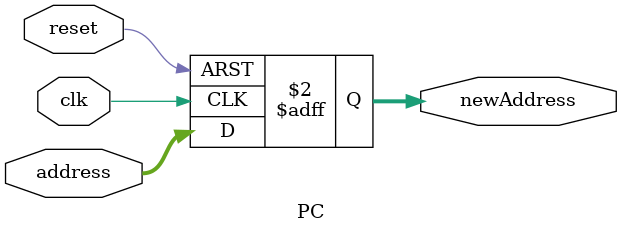
<source format=v>
module PC(
	input clk, // Clock
	input reset, // Active high reset
	input [4:0] address, // Instruction address. Reg to allow initialization
	output reg [4:0] newAddress // Instruction address outputted
);
	
    always @(posedge clk or posedge reset) begin
        if (reset) begin
            newAddress <= 5'b0;
        end
        else begin
            newAddress <= address;
        end
    end

endmodule
</source>
